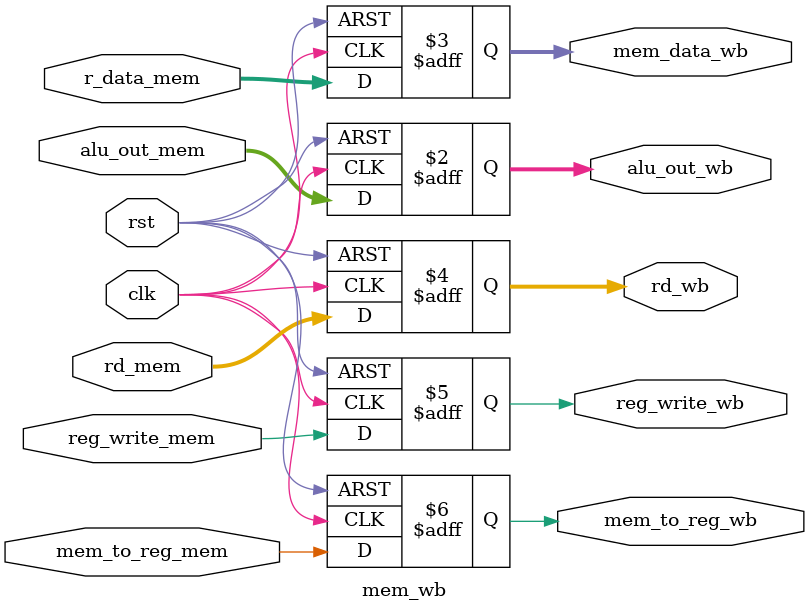
<source format=v>
module mem_wb #(
    parameter D_WIDTH = 32,
    parameter RF_SIZE = 5
)(
    input  wire               clk,
    input  wire               rst,

    input  wire [D_WIDTH-1:0] alu_out_mem,
    input  wire [D_WIDTH-1:0] r_data_mem,
    input  wire [RF_SIZE-1:0] rd_mem,
    input  wire               reg_write_mem,
    input  wire               mem_to_reg_mem,

    output reg [D_WIDTH-1:0] alu_out_wb,
    output reg [D_WIDTH-1:0] mem_data_wb,
    output reg [RF_SIZE-1:0] rd_wb,
    output reg               reg_write_wb,
    output reg               mem_to_reg_wb
);
    always @(posedge clk or posedge rst) 
    begin
        if (rst) 
        begin
            alu_out_wb   <= {D_WIDTH{1'b0}};
            mem_data_wb  <= {D_WIDTH{1'b0}};
            rd_wb        <= {RF_SIZE{1'b0}};
            reg_write_wb <= 1'b0;
            mem_to_reg_wb <= 1'b0;
        end 
        else 
        begin
            alu_out_wb   <= alu_out_mem;
            mem_data_wb  <= r_data_mem;
            rd_wb        <= rd_mem;
            reg_write_wb <= reg_write_mem;
            mem_to_reg_wb <= mem_to_reg_mem;
        end
    end
endmodule
</source>
